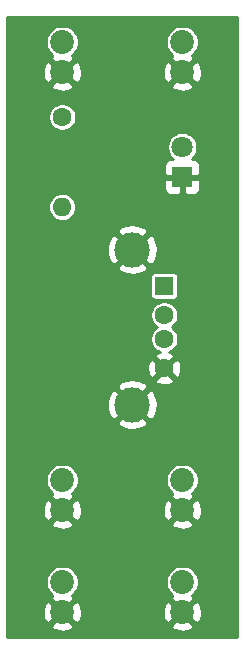
<source format=gbl>
G04 #@! TF.GenerationSoftware,KiCad,Pcbnew,(5.1.2-1)-1*
G04 #@! TF.CreationDate,2019-07-07T21:57:11-07:00*
G04 #@! TF.ProjectId,kicad,6b696361-642e-46b6-9963-61645f706362,v01*
G04 #@! TF.SameCoordinates,Original*
G04 #@! TF.FileFunction,Copper,L2,Bot*
G04 #@! TF.FilePolarity,Positive*
%FSLAX46Y46*%
G04 Gerber Fmt 4.6, Leading zero omitted, Abs format (unit mm)*
G04 Created by KiCad (PCBNEW (5.1.2-1)-1) date 2019-07-07 21:57:11*
%MOMM*%
%LPD*%
G04 APERTURE LIST*
%ADD10R,1.800000X1.800000*%
%ADD11C,1.800000*%
%ADD12C,1.600000*%
%ADD13R,1.600000X1.600000*%
%ADD14C,3.000000*%
%ADD15C,2.020000*%
%ADD16O,1.600000X1.600000*%
%ADD17C,0.254000*%
G04 APERTURE END LIST*
D10*
X116840000Y-115570000D03*
D11*
X116840000Y-113030000D03*
D12*
X115316000Y-131777500D03*
X115316000Y-129277500D03*
X115316000Y-127277500D03*
D13*
X115316000Y-124777500D03*
D14*
X112606000Y-121707500D03*
X112606000Y-134847500D03*
D15*
X106680000Y-106680000D03*
X106680000Y-104140000D03*
X106680000Y-152400000D03*
X106680000Y-149860000D03*
X116840000Y-104140000D03*
X116840000Y-106680000D03*
X116840000Y-149860000D03*
X116840000Y-152400000D03*
D12*
X106680000Y-110490000D03*
D16*
X106680000Y-118110000D03*
D15*
X106680000Y-143764000D03*
X106680000Y-141224000D03*
X116840000Y-141224000D03*
X116840000Y-143764000D03*
D17*
G36*
X121489001Y-154509000D02*
G01*
X102031000Y-154509000D01*
X102031000Y-153542545D01*
X105717061Y-153542545D01*
X105814032Y-153807968D01*
X106105353Y-153949856D01*
X106418757Y-154032185D01*
X106742200Y-154051789D01*
X107063253Y-154007916D01*
X107369578Y-153902251D01*
X107545968Y-153807968D01*
X107642939Y-153542545D01*
X115877061Y-153542545D01*
X115974032Y-153807968D01*
X116265353Y-153949856D01*
X116578757Y-154032185D01*
X116902200Y-154051789D01*
X117223253Y-154007916D01*
X117529578Y-153902251D01*
X117705968Y-153807968D01*
X117802939Y-153542545D01*
X116840000Y-152579605D01*
X115877061Y-153542545D01*
X107642939Y-153542545D01*
X106680000Y-152579605D01*
X105717061Y-153542545D01*
X102031000Y-153542545D01*
X102031000Y-152462200D01*
X105028211Y-152462200D01*
X105072084Y-152783253D01*
X105177749Y-153089578D01*
X105272032Y-153265968D01*
X105537455Y-153362939D01*
X106500395Y-152400000D01*
X106859605Y-152400000D01*
X107822545Y-153362939D01*
X108087968Y-153265968D01*
X108229856Y-152974647D01*
X108312185Y-152661243D01*
X108324249Y-152462200D01*
X115188211Y-152462200D01*
X115232084Y-152783253D01*
X115337749Y-153089578D01*
X115432032Y-153265968D01*
X115697455Y-153362939D01*
X116660395Y-152400000D01*
X117019605Y-152400000D01*
X117982545Y-153362939D01*
X118247968Y-153265968D01*
X118389856Y-152974647D01*
X118472185Y-152661243D01*
X118491789Y-152337800D01*
X118447916Y-152016747D01*
X118342251Y-151710422D01*
X118247968Y-151534032D01*
X117982545Y-151437061D01*
X117019605Y-152400000D01*
X116660395Y-152400000D01*
X115697455Y-151437061D01*
X115432032Y-151534032D01*
X115290144Y-151825353D01*
X115207815Y-152138757D01*
X115188211Y-152462200D01*
X108324249Y-152462200D01*
X108331789Y-152337800D01*
X108287916Y-152016747D01*
X108182251Y-151710422D01*
X108087968Y-151534032D01*
X107822545Y-151437061D01*
X106859605Y-152400000D01*
X106500395Y-152400000D01*
X105537455Y-151437061D01*
X105272032Y-151534032D01*
X105130144Y-151825353D01*
X105047815Y-152138757D01*
X105028211Y-152462200D01*
X102031000Y-152462200D01*
X102031000Y-149722999D01*
X105289000Y-149722999D01*
X105289000Y-149997001D01*
X105342456Y-150265740D01*
X105447312Y-150518885D01*
X105599540Y-150746711D01*
X105793289Y-150940460D01*
X105845388Y-150975272D01*
X105814032Y-150992032D01*
X105717061Y-151257455D01*
X106680000Y-152220395D01*
X107642939Y-151257455D01*
X107545968Y-150992032D01*
X107513323Y-150976132D01*
X107566711Y-150940460D01*
X107760460Y-150746711D01*
X107912688Y-150518885D01*
X108017544Y-150265740D01*
X108071000Y-149997001D01*
X108071000Y-149722999D01*
X115449000Y-149722999D01*
X115449000Y-149997001D01*
X115502456Y-150265740D01*
X115607312Y-150518885D01*
X115759540Y-150746711D01*
X115953289Y-150940460D01*
X116005388Y-150975272D01*
X115974032Y-150992032D01*
X115877061Y-151257455D01*
X116840000Y-152220395D01*
X117802939Y-151257455D01*
X117705968Y-150992032D01*
X117673323Y-150976132D01*
X117726711Y-150940460D01*
X117920460Y-150746711D01*
X118072688Y-150518885D01*
X118177544Y-150265740D01*
X118231000Y-149997001D01*
X118231000Y-149722999D01*
X118177544Y-149454260D01*
X118072688Y-149201115D01*
X117920460Y-148973289D01*
X117726711Y-148779540D01*
X117498885Y-148627312D01*
X117245740Y-148522456D01*
X116977001Y-148469000D01*
X116702999Y-148469000D01*
X116434260Y-148522456D01*
X116181115Y-148627312D01*
X115953289Y-148779540D01*
X115759540Y-148973289D01*
X115607312Y-149201115D01*
X115502456Y-149454260D01*
X115449000Y-149722999D01*
X108071000Y-149722999D01*
X108017544Y-149454260D01*
X107912688Y-149201115D01*
X107760460Y-148973289D01*
X107566711Y-148779540D01*
X107338885Y-148627312D01*
X107085740Y-148522456D01*
X106817001Y-148469000D01*
X106542999Y-148469000D01*
X106274260Y-148522456D01*
X106021115Y-148627312D01*
X105793289Y-148779540D01*
X105599540Y-148973289D01*
X105447312Y-149201115D01*
X105342456Y-149454260D01*
X105289000Y-149722999D01*
X102031000Y-149722999D01*
X102031000Y-144906545D01*
X105717061Y-144906545D01*
X105814032Y-145171968D01*
X106105353Y-145313856D01*
X106418757Y-145396185D01*
X106742200Y-145415789D01*
X107063253Y-145371916D01*
X107369578Y-145266251D01*
X107545968Y-145171968D01*
X107642939Y-144906545D01*
X115877061Y-144906545D01*
X115974032Y-145171968D01*
X116265353Y-145313856D01*
X116578757Y-145396185D01*
X116902200Y-145415789D01*
X117223253Y-145371916D01*
X117529578Y-145266251D01*
X117705968Y-145171968D01*
X117802939Y-144906545D01*
X116840000Y-143943605D01*
X115877061Y-144906545D01*
X107642939Y-144906545D01*
X106680000Y-143943605D01*
X105717061Y-144906545D01*
X102031000Y-144906545D01*
X102031000Y-143826200D01*
X105028211Y-143826200D01*
X105072084Y-144147253D01*
X105177749Y-144453578D01*
X105272032Y-144629968D01*
X105537455Y-144726939D01*
X106500395Y-143764000D01*
X106859605Y-143764000D01*
X107822545Y-144726939D01*
X108087968Y-144629968D01*
X108229856Y-144338647D01*
X108312185Y-144025243D01*
X108324249Y-143826200D01*
X115188211Y-143826200D01*
X115232084Y-144147253D01*
X115337749Y-144453578D01*
X115432032Y-144629968D01*
X115697455Y-144726939D01*
X116660395Y-143764000D01*
X117019605Y-143764000D01*
X117982545Y-144726939D01*
X118247968Y-144629968D01*
X118389856Y-144338647D01*
X118472185Y-144025243D01*
X118491789Y-143701800D01*
X118447916Y-143380747D01*
X118342251Y-143074422D01*
X118247968Y-142898032D01*
X117982545Y-142801061D01*
X117019605Y-143764000D01*
X116660395Y-143764000D01*
X115697455Y-142801061D01*
X115432032Y-142898032D01*
X115290144Y-143189353D01*
X115207815Y-143502757D01*
X115188211Y-143826200D01*
X108324249Y-143826200D01*
X108331789Y-143701800D01*
X108287916Y-143380747D01*
X108182251Y-143074422D01*
X108087968Y-142898032D01*
X107822545Y-142801061D01*
X106859605Y-143764000D01*
X106500395Y-143764000D01*
X105537455Y-142801061D01*
X105272032Y-142898032D01*
X105130144Y-143189353D01*
X105047815Y-143502757D01*
X105028211Y-143826200D01*
X102031000Y-143826200D01*
X102031000Y-141086999D01*
X105289000Y-141086999D01*
X105289000Y-141361001D01*
X105342456Y-141629740D01*
X105447312Y-141882885D01*
X105599540Y-142110711D01*
X105793289Y-142304460D01*
X105845388Y-142339272D01*
X105814032Y-142356032D01*
X105717061Y-142621455D01*
X106680000Y-143584395D01*
X107642939Y-142621455D01*
X107545968Y-142356032D01*
X107513323Y-142340132D01*
X107566711Y-142304460D01*
X107760460Y-142110711D01*
X107912688Y-141882885D01*
X108017544Y-141629740D01*
X108071000Y-141361001D01*
X108071000Y-141086999D01*
X115449000Y-141086999D01*
X115449000Y-141361001D01*
X115502456Y-141629740D01*
X115607312Y-141882885D01*
X115759540Y-142110711D01*
X115953289Y-142304460D01*
X116005388Y-142339272D01*
X115974032Y-142356032D01*
X115877061Y-142621455D01*
X116840000Y-143584395D01*
X117802939Y-142621455D01*
X117705968Y-142356032D01*
X117673323Y-142340132D01*
X117726711Y-142304460D01*
X117920460Y-142110711D01*
X118072688Y-141882885D01*
X118177544Y-141629740D01*
X118231000Y-141361001D01*
X118231000Y-141086999D01*
X118177544Y-140818260D01*
X118072688Y-140565115D01*
X117920460Y-140337289D01*
X117726711Y-140143540D01*
X117498885Y-139991312D01*
X117245740Y-139886456D01*
X116977001Y-139833000D01*
X116702999Y-139833000D01*
X116434260Y-139886456D01*
X116181115Y-139991312D01*
X115953289Y-140143540D01*
X115759540Y-140337289D01*
X115607312Y-140565115D01*
X115502456Y-140818260D01*
X115449000Y-141086999D01*
X108071000Y-141086999D01*
X108017544Y-140818260D01*
X107912688Y-140565115D01*
X107760460Y-140337289D01*
X107566711Y-140143540D01*
X107338885Y-139991312D01*
X107085740Y-139886456D01*
X106817001Y-139833000D01*
X106542999Y-139833000D01*
X106274260Y-139886456D01*
X106021115Y-139991312D01*
X105793289Y-140143540D01*
X105599540Y-140337289D01*
X105447312Y-140565115D01*
X105342456Y-140818260D01*
X105289000Y-141086999D01*
X102031000Y-141086999D01*
X102031000Y-136339153D01*
X111293952Y-136339153D01*
X111449962Y-136654714D01*
X111824745Y-136845520D01*
X112229551Y-136959544D01*
X112648824Y-136992402D01*
X113066451Y-136942834D01*
X113466383Y-136812743D01*
X113762038Y-136654714D01*
X113918048Y-136339153D01*
X112606000Y-135027105D01*
X111293952Y-136339153D01*
X102031000Y-136339153D01*
X102031000Y-134890324D01*
X110461098Y-134890324D01*
X110510666Y-135307951D01*
X110640757Y-135707883D01*
X110798786Y-136003538D01*
X111114347Y-136159548D01*
X112426395Y-134847500D01*
X112785605Y-134847500D01*
X114097653Y-136159548D01*
X114413214Y-136003538D01*
X114604020Y-135628755D01*
X114718044Y-135223949D01*
X114750902Y-134804676D01*
X114701334Y-134387049D01*
X114571243Y-133987117D01*
X114413214Y-133691462D01*
X114097653Y-133535452D01*
X112785605Y-134847500D01*
X112426395Y-134847500D01*
X111114347Y-133535452D01*
X110798786Y-133691462D01*
X110607980Y-134066245D01*
X110493956Y-134471051D01*
X110461098Y-134890324D01*
X102031000Y-134890324D01*
X102031000Y-133355847D01*
X111293952Y-133355847D01*
X112606000Y-134667895D01*
X113918048Y-133355847D01*
X113762038Y-133040286D01*
X113387255Y-132849480D01*
X113105804Y-132770202D01*
X114502903Y-132770202D01*
X114574486Y-133014171D01*
X114829996Y-133135071D01*
X115104184Y-133203800D01*
X115386512Y-133217717D01*
X115666130Y-133176287D01*
X115932292Y-133081103D01*
X116057514Y-133014171D01*
X116129097Y-132770202D01*
X115316000Y-131957105D01*
X114502903Y-132770202D01*
X113105804Y-132770202D01*
X112982449Y-132735456D01*
X112563176Y-132702598D01*
X112145549Y-132752166D01*
X111745617Y-132882257D01*
X111449962Y-133040286D01*
X111293952Y-133355847D01*
X102031000Y-133355847D01*
X102031000Y-131848012D01*
X113875783Y-131848012D01*
X113917213Y-132127630D01*
X114012397Y-132393792D01*
X114079329Y-132519014D01*
X114323298Y-132590597D01*
X115136395Y-131777500D01*
X115495605Y-131777500D01*
X116308702Y-132590597D01*
X116552671Y-132519014D01*
X116673571Y-132263504D01*
X116742300Y-131989316D01*
X116756217Y-131706988D01*
X116714787Y-131427370D01*
X116619603Y-131161208D01*
X116552671Y-131035986D01*
X116308702Y-130964403D01*
X115495605Y-131777500D01*
X115136395Y-131777500D01*
X114323298Y-130964403D01*
X114079329Y-131035986D01*
X113958429Y-131291496D01*
X113889700Y-131565684D01*
X113875783Y-131848012D01*
X102031000Y-131848012D01*
X102031000Y-127161182D01*
X114135000Y-127161182D01*
X114135000Y-127393818D01*
X114180386Y-127621985D01*
X114269412Y-127836913D01*
X114398658Y-128030343D01*
X114563157Y-128194842D01*
X114686863Y-128277500D01*
X114563157Y-128360158D01*
X114398658Y-128524657D01*
X114269412Y-128718087D01*
X114180386Y-128933015D01*
X114135000Y-129161182D01*
X114135000Y-129393818D01*
X114180386Y-129621985D01*
X114269412Y-129836913D01*
X114398658Y-130030343D01*
X114563157Y-130194842D01*
X114756587Y-130324088D01*
X114924329Y-130393569D01*
X114699708Y-130473897D01*
X114574486Y-130540829D01*
X114502903Y-130784798D01*
X115316000Y-131597895D01*
X116129097Y-130784798D01*
X116057514Y-130540829D01*
X115802004Y-130419929D01*
X115703589Y-130395260D01*
X115875413Y-130324088D01*
X116068843Y-130194842D01*
X116233342Y-130030343D01*
X116362588Y-129836913D01*
X116451614Y-129621985D01*
X116497000Y-129393818D01*
X116497000Y-129161182D01*
X116451614Y-128933015D01*
X116362588Y-128718087D01*
X116233342Y-128524657D01*
X116068843Y-128360158D01*
X115945137Y-128277500D01*
X116068843Y-128194842D01*
X116233342Y-128030343D01*
X116362588Y-127836913D01*
X116451614Y-127621985D01*
X116497000Y-127393818D01*
X116497000Y-127161182D01*
X116451614Y-126933015D01*
X116362588Y-126718087D01*
X116233342Y-126524657D01*
X116068843Y-126360158D01*
X115875413Y-126230912D01*
X115660485Y-126141886D01*
X115432318Y-126096500D01*
X115199682Y-126096500D01*
X114971515Y-126141886D01*
X114756587Y-126230912D01*
X114563157Y-126360158D01*
X114398658Y-126524657D01*
X114269412Y-126718087D01*
X114180386Y-126933015D01*
X114135000Y-127161182D01*
X102031000Y-127161182D01*
X102031000Y-123977500D01*
X114133157Y-123977500D01*
X114133157Y-125577500D01*
X114140513Y-125652189D01*
X114162299Y-125724008D01*
X114197678Y-125790196D01*
X114245289Y-125848211D01*
X114303304Y-125895822D01*
X114369492Y-125931201D01*
X114441311Y-125952987D01*
X114516000Y-125960343D01*
X116116000Y-125960343D01*
X116190689Y-125952987D01*
X116262508Y-125931201D01*
X116328696Y-125895822D01*
X116386711Y-125848211D01*
X116434322Y-125790196D01*
X116469701Y-125724008D01*
X116491487Y-125652189D01*
X116498843Y-125577500D01*
X116498843Y-123977500D01*
X116491487Y-123902811D01*
X116469701Y-123830992D01*
X116434322Y-123764804D01*
X116386711Y-123706789D01*
X116328696Y-123659178D01*
X116262508Y-123623799D01*
X116190689Y-123602013D01*
X116116000Y-123594657D01*
X114516000Y-123594657D01*
X114441311Y-123602013D01*
X114369492Y-123623799D01*
X114303304Y-123659178D01*
X114245289Y-123706789D01*
X114197678Y-123764804D01*
X114162299Y-123830992D01*
X114140513Y-123902811D01*
X114133157Y-123977500D01*
X102031000Y-123977500D01*
X102031000Y-123199153D01*
X111293952Y-123199153D01*
X111449962Y-123514714D01*
X111824745Y-123705520D01*
X112229551Y-123819544D01*
X112648824Y-123852402D01*
X113066451Y-123802834D01*
X113466383Y-123672743D01*
X113762038Y-123514714D01*
X113918048Y-123199153D01*
X112606000Y-121887105D01*
X111293952Y-123199153D01*
X102031000Y-123199153D01*
X102031000Y-121750324D01*
X110461098Y-121750324D01*
X110510666Y-122167951D01*
X110640757Y-122567883D01*
X110798786Y-122863538D01*
X111114347Y-123019548D01*
X112426395Y-121707500D01*
X112785605Y-121707500D01*
X114097653Y-123019548D01*
X114413214Y-122863538D01*
X114604020Y-122488755D01*
X114718044Y-122083949D01*
X114750902Y-121664676D01*
X114701334Y-121247049D01*
X114571243Y-120847117D01*
X114413214Y-120551462D01*
X114097653Y-120395452D01*
X112785605Y-121707500D01*
X112426395Y-121707500D01*
X111114347Y-120395452D01*
X110798786Y-120551462D01*
X110607980Y-120926245D01*
X110493956Y-121331051D01*
X110461098Y-121750324D01*
X102031000Y-121750324D01*
X102031000Y-120215847D01*
X111293952Y-120215847D01*
X112606000Y-121527895D01*
X113918048Y-120215847D01*
X113762038Y-119900286D01*
X113387255Y-119709480D01*
X112982449Y-119595456D01*
X112563176Y-119562598D01*
X112145549Y-119612166D01*
X111745617Y-119742257D01*
X111449962Y-119900286D01*
X111293952Y-120215847D01*
X102031000Y-120215847D01*
X102031000Y-118110000D01*
X105493286Y-118110000D01*
X105516088Y-118341516D01*
X105583619Y-118564136D01*
X105693283Y-118769303D01*
X105840866Y-118949134D01*
X106020697Y-119096717D01*
X106225864Y-119206381D01*
X106448484Y-119273912D01*
X106621984Y-119291000D01*
X106738016Y-119291000D01*
X106911516Y-119273912D01*
X107134136Y-119206381D01*
X107339303Y-119096717D01*
X107519134Y-118949134D01*
X107666717Y-118769303D01*
X107776381Y-118564136D01*
X107843912Y-118341516D01*
X107866714Y-118110000D01*
X107843912Y-117878484D01*
X107776381Y-117655864D01*
X107666717Y-117450697D01*
X107519134Y-117270866D01*
X107339303Y-117123283D01*
X107134136Y-117013619D01*
X106911516Y-116946088D01*
X106738016Y-116929000D01*
X106621984Y-116929000D01*
X106448484Y-116946088D01*
X106225864Y-117013619D01*
X106020697Y-117123283D01*
X105840866Y-117270866D01*
X105693283Y-117450697D01*
X105583619Y-117655864D01*
X105516088Y-117878484D01*
X105493286Y-118110000D01*
X102031000Y-118110000D01*
X102031000Y-116470000D01*
X115301928Y-116470000D01*
X115314188Y-116594482D01*
X115350498Y-116714180D01*
X115409463Y-116824494D01*
X115488815Y-116921185D01*
X115585506Y-117000537D01*
X115695820Y-117059502D01*
X115815518Y-117095812D01*
X115940000Y-117108072D01*
X116554250Y-117105000D01*
X116713000Y-116946250D01*
X116713000Y-115697000D01*
X116967000Y-115697000D01*
X116967000Y-116946250D01*
X117125750Y-117105000D01*
X117740000Y-117108072D01*
X117864482Y-117095812D01*
X117984180Y-117059502D01*
X118094494Y-117000537D01*
X118191185Y-116921185D01*
X118270537Y-116824494D01*
X118329502Y-116714180D01*
X118365812Y-116594482D01*
X118378072Y-116470000D01*
X118375000Y-115855750D01*
X118216250Y-115697000D01*
X116967000Y-115697000D01*
X116713000Y-115697000D01*
X115463750Y-115697000D01*
X115305000Y-115855750D01*
X115301928Y-116470000D01*
X102031000Y-116470000D01*
X102031000Y-114670000D01*
X115301928Y-114670000D01*
X115305000Y-115284250D01*
X115463750Y-115443000D01*
X116713000Y-115443000D01*
X116713000Y-115423000D01*
X116967000Y-115423000D01*
X116967000Y-115443000D01*
X118216250Y-115443000D01*
X118375000Y-115284250D01*
X118378072Y-114670000D01*
X118365812Y-114545518D01*
X118329502Y-114425820D01*
X118270537Y-114315506D01*
X118191185Y-114218815D01*
X118094494Y-114139463D01*
X117984180Y-114080498D01*
X117864482Y-114044188D01*
X117740000Y-114031928D01*
X117645541Y-114032400D01*
X117656590Y-114025018D01*
X117835018Y-113846590D01*
X117975207Y-113636781D01*
X118071772Y-113403654D01*
X118121000Y-113156167D01*
X118121000Y-112903833D01*
X118071772Y-112656346D01*
X117975207Y-112423219D01*
X117835018Y-112213410D01*
X117656590Y-112034982D01*
X117446781Y-111894793D01*
X117213654Y-111798228D01*
X116966167Y-111749000D01*
X116713833Y-111749000D01*
X116466346Y-111798228D01*
X116233219Y-111894793D01*
X116023410Y-112034982D01*
X115844982Y-112213410D01*
X115704793Y-112423219D01*
X115608228Y-112656346D01*
X115559000Y-112903833D01*
X115559000Y-113156167D01*
X115608228Y-113403654D01*
X115704793Y-113636781D01*
X115844982Y-113846590D01*
X116023410Y-114025018D01*
X116034459Y-114032400D01*
X115940000Y-114031928D01*
X115815518Y-114044188D01*
X115695820Y-114080498D01*
X115585506Y-114139463D01*
X115488815Y-114218815D01*
X115409463Y-114315506D01*
X115350498Y-114425820D01*
X115314188Y-114545518D01*
X115301928Y-114670000D01*
X102031000Y-114670000D01*
X102031000Y-110373682D01*
X105499000Y-110373682D01*
X105499000Y-110606318D01*
X105544386Y-110834485D01*
X105633412Y-111049413D01*
X105762658Y-111242843D01*
X105927157Y-111407342D01*
X106120587Y-111536588D01*
X106335515Y-111625614D01*
X106563682Y-111671000D01*
X106796318Y-111671000D01*
X107024485Y-111625614D01*
X107239413Y-111536588D01*
X107432843Y-111407342D01*
X107597342Y-111242843D01*
X107726588Y-111049413D01*
X107815614Y-110834485D01*
X107861000Y-110606318D01*
X107861000Y-110373682D01*
X107815614Y-110145515D01*
X107726588Y-109930587D01*
X107597342Y-109737157D01*
X107432843Y-109572658D01*
X107239413Y-109443412D01*
X107024485Y-109354386D01*
X106796318Y-109309000D01*
X106563682Y-109309000D01*
X106335515Y-109354386D01*
X106120587Y-109443412D01*
X105927157Y-109572658D01*
X105762658Y-109737157D01*
X105633412Y-109930587D01*
X105544386Y-110145515D01*
X105499000Y-110373682D01*
X102031000Y-110373682D01*
X102031000Y-107822545D01*
X105717061Y-107822545D01*
X105814032Y-108087968D01*
X106105353Y-108229856D01*
X106418757Y-108312185D01*
X106742200Y-108331789D01*
X107063253Y-108287916D01*
X107369578Y-108182251D01*
X107545968Y-108087968D01*
X107642939Y-107822545D01*
X115877061Y-107822545D01*
X115974032Y-108087968D01*
X116265353Y-108229856D01*
X116578757Y-108312185D01*
X116902200Y-108331789D01*
X117223253Y-108287916D01*
X117529578Y-108182251D01*
X117705968Y-108087968D01*
X117802939Y-107822545D01*
X116840000Y-106859605D01*
X115877061Y-107822545D01*
X107642939Y-107822545D01*
X106680000Y-106859605D01*
X105717061Y-107822545D01*
X102031000Y-107822545D01*
X102031000Y-106742200D01*
X105028211Y-106742200D01*
X105072084Y-107063253D01*
X105177749Y-107369578D01*
X105272032Y-107545968D01*
X105537455Y-107642939D01*
X106500395Y-106680000D01*
X106859605Y-106680000D01*
X107822545Y-107642939D01*
X108087968Y-107545968D01*
X108229856Y-107254647D01*
X108312185Y-106941243D01*
X108324249Y-106742200D01*
X115188211Y-106742200D01*
X115232084Y-107063253D01*
X115337749Y-107369578D01*
X115432032Y-107545968D01*
X115697455Y-107642939D01*
X116660395Y-106680000D01*
X117019605Y-106680000D01*
X117982545Y-107642939D01*
X118247968Y-107545968D01*
X118389856Y-107254647D01*
X118472185Y-106941243D01*
X118491789Y-106617800D01*
X118447916Y-106296747D01*
X118342251Y-105990422D01*
X118247968Y-105814032D01*
X117982545Y-105717061D01*
X117019605Y-106680000D01*
X116660395Y-106680000D01*
X115697455Y-105717061D01*
X115432032Y-105814032D01*
X115290144Y-106105353D01*
X115207815Y-106418757D01*
X115188211Y-106742200D01*
X108324249Y-106742200D01*
X108331789Y-106617800D01*
X108287916Y-106296747D01*
X108182251Y-105990422D01*
X108087968Y-105814032D01*
X107822545Y-105717061D01*
X106859605Y-106680000D01*
X106500395Y-106680000D01*
X105537455Y-105717061D01*
X105272032Y-105814032D01*
X105130144Y-106105353D01*
X105047815Y-106418757D01*
X105028211Y-106742200D01*
X102031000Y-106742200D01*
X102031000Y-104002999D01*
X105289000Y-104002999D01*
X105289000Y-104277001D01*
X105342456Y-104545740D01*
X105447312Y-104798885D01*
X105599540Y-105026711D01*
X105793289Y-105220460D01*
X105845388Y-105255272D01*
X105814032Y-105272032D01*
X105717061Y-105537455D01*
X106680000Y-106500395D01*
X107642939Y-105537455D01*
X107545968Y-105272032D01*
X107513323Y-105256132D01*
X107566711Y-105220460D01*
X107760460Y-105026711D01*
X107912688Y-104798885D01*
X108017544Y-104545740D01*
X108071000Y-104277001D01*
X108071000Y-104002999D01*
X115449000Y-104002999D01*
X115449000Y-104277001D01*
X115502456Y-104545740D01*
X115607312Y-104798885D01*
X115759540Y-105026711D01*
X115953289Y-105220460D01*
X116005388Y-105255272D01*
X115974032Y-105272032D01*
X115877061Y-105537455D01*
X116840000Y-106500395D01*
X117802939Y-105537455D01*
X117705968Y-105272032D01*
X117673323Y-105256132D01*
X117726711Y-105220460D01*
X117920460Y-105026711D01*
X118072688Y-104798885D01*
X118177544Y-104545740D01*
X118231000Y-104277001D01*
X118231000Y-104002999D01*
X118177544Y-103734260D01*
X118072688Y-103481115D01*
X117920460Y-103253289D01*
X117726711Y-103059540D01*
X117498885Y-102907312D01*
X117245740Y-102802456D01*
X116977001Y-102749000D01*
X116702999Y-102749000D01*
X116434260Y-102802456D01*
X116181115Y-102907312D01*
X115953289Y-103059540D01*
X115759540Y-103253289D01*
X115607312Y-103481115D01*
X115502456Y-103734260D01*
X115449000Y-104002999D01*
X108071000Y-104002999D01*
X108017544Y-103734260D01*
X107912688Y-103481115D01*
X107760460Y-103253289D01*
X107566711Y-103059540D01*
X107338885Y-102907312D01*
X107085740Y-102802456D01*
X106817001Y-102749000D01*
X106542999Y-102749000D01*
X106274260Y-102802456D01*
X106021115Y-102907312D01*
X105793289Y-103059540D01*
X105599540Y-103253289D01*
X105447312Y-103481115D01*
X105342456Y-103734260D01*
X105289000Y-104002999D01*
X102031000Y-104002999D01*
X102031000Y-102031000D01*
X121489000Y-102031000D01*
X121489001Y-154509000D01*
X121489001Y-154509000D01*
G37*
X121489001Y-154509000D02*
X102031000Y-154509000D01*
X102031000Y-153542545D01*
X105717061Y-153542545D01*
X105814032Y-153807968D01*
X106105353Y-153949856D01*
X106418757Y-154032185D01*
X106742200Y-154051789D01*
X107063253Y-154007916D01*
X107369578Y-153902251D01*
X107545968Y-153807968D01*
X107642939Y-153542545D01*
X115877061Y-153542545D01*
X115974032Y-153807968D01*
X116265353Y-153949856D01*
X116578757Y-154032185D01*
X116902200Y-154051789D01*
X117223253Y-154007916D01*
X117529578Y-153902251D01*
X117705968Y-153807968D01*
X117802939Y-153542545D01*
X116840000Y-152579605D01*
X115877061Y-153542545D01*
X107642939Y-153542545D01*
X106680000Y-152579605D01*
X105717061Y-153542545D01*
X102031000Y-153542545D01*
X102031000Y-152462200D01*
X105028211Y-152462200D01*
X105072084Y-152783253D01*
X105177749Y-153089578D01*
X105272032Y-153265968D01*
X105537455Y-153362939D01*
X106500395Y-152400000D01*
X106859605Y-152400000D01*
X107822545Y-153362939D01*
X108087968Y-153265968D01*
X108229856Y-152974647D01*
X108312185Y-152661243D01*
X108324249Y-152462200D01*
X115188211Y-152462200D01*
X115232084Y-152783253D01*
X115337749Y-153089578D01*
X115432032Y-153265968D01*
X115697455Y-153362939D01*
X116660395Y-152400000D01*
X117019605Y-152400000D01*
X117982545Y-153362939D01*
X118247968Y-153265968D01*
X118389856Y-152974647D01*
X118472185Y-152661243D01*
X118491789Y-152337800D01*
X118447916Y-152016747D01*
X118342251Y-151710422D01*
X118247968Y-151534032D01*
X117982545Y-151437061D01*
X117019605Y-152400000D01*
X116660395Y-152400000D01*
X115697455Y-151437061D01*
X115432032Y-151534032D01*
X115290144Y-151825353D01*
X115207815Y-152138757D01*
X115188211Y-152462200D01*
X108324249Y-152462200D01*
X108331789Y-152337800D01*
X108287916Y-152016747D01*
X108182251Y-151710422D01*
X108087968Y-151534032D01*
X107822545Y-151437061D01*
X106859605Y-152400000D01*
X106500395Y-152400000D01*
X105537455Y-151437061D01*
X105272032Y-151534032D01*
X105130144Y-151825353D01*
X105047815Y-152138757D01*
X105028211Y-152462200D01*
X102031000Y-152462200D01*
X102031000Y-149722999D01*
X105289000Y-149722999D01*
X105289000Y-149997001D01*
X105342456Y-150265740D01*
X105447312Y-150518885D01*
X105599540Y-150746711D01*
X105793289Y-150940460D01*
X105845388Y-150975272D01*
X105814032Y-150992032D01*
X105717061Y-151257455D01*
X106680000Y-152220395D01*
X107642939Y-151257455D01*
X107545968Y-150992032D01*
X107513323Y-150976132D01*
X107566711Y-150940460D01*
X107760460Y-150746711D01*
X107912688Y-150518885D01*
X108017544Y-150265740D01*
X108071000Y-149997001D01*
X108071000Y-149722999D01*
X115449000Y-149722999D01*
X115449000Y-149997001D01*
X115502456Y-150265740D01*
X115607312Y-150518885D01*
X115759540Y-150746711D01*
X115953289Y-150940460D01*
X116005388Y-150975272D01*
X115974032Y-150992032D01*
X115877061Y-151257455D01*
X116840000Y-152220395D01*
X117802939Y-151257455D01*
X117705968Y-150992032D01*
X117673323Y-150976132D01*
X117726711Y-150940460D01*
X117920460Y-150746711D01*
X118072688Y-150518885D01*
X118177544Y-150265740D01*
X118231000Y-149997001D01*
X118231000Y-149722999D01*
X118177544Y-149454260D01*
X118072688Y-149201115D01*
X117920460Y-148973289D01*
X117726711Y-148779540D01*
X117498885Y-148627312D01*
X117245740Y-148522456D01*
X116977001Y-148469000D01*
X116702999Y-148469000D01*
X116434260Y-148522456D01*
X116181115Y-148627312D01*
X115953289Y-148779540D01*
X115759540Y-148973289D01*
X115607312Y-149201115D01*
X115502456Y-149454260D01*
X115449000Y-149722999D01*
X108071000Y-149722999D01*
X108017544Y-149454260D01*
X107912688Y-149201115D01*
X107760460Y-148973289D01*
X107566711Y-148779540D01*
X107338885Y-148627312D01*
X107085740Y-148522456D01*
X106817001Y-148469000D01*
X106542999Y-148469000D01*
X106274260Y-148522456D01*
X106021115Y-148627312D01*
X105793289Y-148779540D01*
X105599540Y-148973289D01*
X105447312Y-149201115D01*
X105342456Y-149454260D01*
X105289000Y-149722999D01*
X102031000Y-149722999D01*
X102031000Y-144906545D01*
X105717061Y-144906545D01*
X105814032Y-145171968D01*
X106105353Y-145313856D01*
X106418757Y-145396185D01*
X106742200Y-145415789D01*
X107063253Y-145371916D01*
X107369578Y-145266251D01*
X107545968Y-145171968D01*
X107642939Y-144906545D01*
X115877061Y-144906545D01*
X115974032Y-145171968D01*
X116265353Y-145313856D01*
X116578757Y-145396185D01*
X116902200Y-145415789D01*
X117223253Y-145371916D01*
X117529578Y-145266251D01*
X117705968Y-145171968D01*
X117802939Y-144906545D01*
X116840000Y-143943605D01*
X115877061Y-144906545D01*
X107642939Y-144906545D01*
X106680000Y-143943605D01*
X105717061Y-144906545D01*
X102031000Y-144906545D01*
X102031000Y-143826200D01*
X105028211Y-143826200D01*
X105072084Y-144147253D01*
X105177749Y-144453578D01*
X105272032Y-144629968D01*
X105537455Y-144726939D01*
X106500395Y-143764000D01*
X106859605Y-143764000D01*
X107822545Y-144726939D01*
X108087968Y-144629968D01*
X108229856Y-144338647D01*
X108312185Y-144025243D01*
X108324249Y-143826200D01*
X115188211Y-143826200D01*
X115232084Y-144147253D01*
X115337749Y-144453578D01*
X115432032Y-144629968D01*
X115697455Y-144726939D01*
X116660395Y-143764000D01*
X117019605Y-143764000D01*
X117982545Y-144726939D01*
X118247968Y-144629968D01*
X118389856Y-144338647D01*
X118472185Y-144025243D01*
X118491789Y-143701800D01*
X118447916Y-143380747D01*
X118342251Y-143074422D01*
X118247968Y-142898032D01*
X117982545Y-142801061D01*
X117019605Y-143764000D01*
X116660395Y-143764000D01*
X115697455Y-142801061D01*
X115432032Y-142898032D01*
X115290144Y-143189353D01*
X115207815Y-143502757D01*
X115188211Y-143826200D01*
X108324249Y-143826200D01*
X108331789Y-143701800D01*
X108287916Y-143380747D01*
X108182251Y-143074422D01*
X108087968Y-142898032D01*
X107822545Y-142801061D01*
X106859605Y-143764000D01*
X106500395Y-143764000D01*
X105537455Y-142801061D01*
X105272032Y-142898032D01*
X105130144Y-143189353D01*
X105047815Y-143502757D01*
X105028211Y-143826200D01*
X102031000Y-143826200D01*
X102031000Y-141086999D01*
X105289000Y-141086999D01*
X105289000Y-141361001D01*
X105342456Y-141629740D01*
X105447312Y-141882885D01*
X105599540Y-142110711D01*
X105793289Y-142304460D01*
X105845388Y-142339272D01*
X105814032Y-142356032D01*
X105717061Y-142621455D01*
X106680000Y-143584395D01*
X107642939Y-142621455D01*
X107545968Y-142356032D01*
X107513323Y-142340132D01*
X107566711Y-142304460D01*
X107760460Y-142110711D01*
X107912688Y-141882885D01*
X108017544Y-141629740D01*
X108071000Y-141361001D01*
X108071000Y-141086999D01*
X115449000Y-141086999D01*
X115449000Y-141361001D01*
X115502456Y-141629740D01*
X115607312Y-141882885D01*
X115759540Y-142110711D01*
X115953289Y-142304460D01*
X116005388Y-142339272D01*
X115974032Y-142356032D01*
X115877061Y-142621455D01*
X116840000Y-143584395D01*
X117802939Y-142621455D01*
X117705968Y-142356032D01*
X117673323Y-142340132D01*
X117726711Y-142304460D01*
X117920460Y-142110711D01*
X118072688Y-141882885D01*
X118177544Y-141629740D01*
X118231000Y-141361001D01*
X118231000Y-141086999D01*
X118177544Y-140818260D01*
X118072688Y-140565115D01*
X117920460Y-140337289D01*
X117726711Y-140143540D01*
X117498885Y-139991312D01*
X117245740Y-139886456D01*
X116977001Y-139833000D01*
X116702999Y-139833000D01*
X116434260Y-139886456D01*
X116181115Y-139991312D01*
X115953289Y-140143540D01*
X115759540Y-140337289D01*
X115607312Y-140565115D01*
X115502456Y-140818260D01*
X115449000Y-141086999D01*
X108071000Y-141086999D01*
X108017544Y-140818260D01*
X107912688Y-140565115D01*
X107760460Y-140337289D01*
X107566711Y-140143540D01*
X107338885Y-139991312D01*
X107085740Y-139886456D01*
X106817001Y-139833000D01*
X106542999Y-139833000D01*
X106274260Y-139886456D01*
X106021115Y-139991312D01*
X105793289Y-140143540D01*
X105599540Y-140337289D01*
X105447312Y-140565115D01*
X105342456Y-140818260D01*
X105289000Y-141086999D01*
X102031000Y-141086999D01*
X102031000Y-136339153D01*
X111293952Y-136339153D01*
X111449962Y-136654714D01*
X111824745Y-136845520D01*
X112229551Y-136959544D01*
X112648824Y-136992402D01*
X113066451Y-136942834D01*
X113466383Y-136812743D01*
X113762038Y-136654714D01*
X113918048Y-136339153D01*
X112606000Y-135027105D01*
X111293952Y-136339153D01*
X102031000Y-136339153D01*
X102031000Y-134890324D01*
X110461098Y-134890324D01*
X110510666Y-135307951D01*
X110640757Y-135707883D01*
X110798786Y-136003538D01*
X111114347Y-136159548D01*
X112426395Y-134847500D01*
X112785605Y-134847500D01*
X114097653Y-136159548D01*
X114413214Y-136003538D01*
X114604020Y-135628755D01*
X114718044Y-135223949D01*
X114750902Y-134804676D01*
X114701334Y-134387049D01*
X114571243Y-133987117D01*
X114413214Y-133691462D01*
X114097653Y-133535452D01*
X112785605Y-134847500D01*
X112426395Y-134847500D01*
X111114347Y-133535452D01*
X110798786Y-133691462D01*
X110607980Y-134066245D01*
X110493956Y-134471051D01*
X110461098Y-134890324D01*
X102031000Y-134890324D01*
X102031000Y-133355847D01*
X111293952Y-133355847D01*
X112606000Y-134667895D01*
X113918048Y-133355847D01*
X113762038Y-133040286D01*
X113387255Y-132849480D01*
X113105804Y-132770202D01*
X114502903Y-132770202D01*
X114574486Y-133014171D01*
X114829996Y-133135071D01*
X115104184Y-133203800D01*
X115386512Y-133217717D01*
X115666130Y-133176287D01*
X115932292Y-133081103D01*
X116057514Y-133014171D01*
X116129097Y-132770202D01*
X115316000Y-131957105D01*
X114502903Y-132770202D01*
X113105804Y-132770202D01*
X112982449Y-132735456D01*
X112563176Y-132702598D01*
X112145549Y-132752166D01*
X111745617Y-132882257D01*
X111449962Y-133040286D01*
X111293952Y-133355847D01*
X102031000Y-133355847D01*
X102031000Y-131848012D01*
X113875783Y-131848012D01*
X113917213Y-132127630D01*
X114012397Y-132393792D01*
X114079329Y-132519014D01*
X114323298Y-132590597D01*
X115136395Y-131777500D01*
X115495605Y-131777500D01*
X116308702Y-132590597D01*
X116552671Y-132519014D01*
X116673571Y-132263504D01*
X116742300Y-131989316D01*
X116756217Y-131706988D01*
X116714787Y-131427370D01*
X116619603Y-131161208D01*
X116552671Y-131035986D01*
X116308702Y-130964403D01*
X115495605Y-131777500D01*
X115136395Y-131777500D01*
X114323298Y-130964403D01*
X114079329Y-131035986D01*
X113958429Y-131291496D01*
X113889700Y-131565684D01*
X113875783Y-131848012D01*
X102031000Y-131848012D01*
X102031000Y-127161182D01*
X114135000Y-127161182D01*
X114135000Y-127393818D01*
X114180386Y-127621985D01*
X114269412Y-127836913D01*
X114398658Y-128030343D01*
X114563157Y-128194842D01*
X114686863Y-128277500D01*
X114563157Y-128360158D01*
X114398658Y-128524657D01*
X114269412Y-128718087D01*
X114180386Y-128933015D01*
X114135000Y-129161182D01*
X114135000Y-129393818D01*
X114180386Y-129621985D01*
X114269412Y-129836913D01*
X114398658Y-130030343D01*
X114563157Y-130194842D01*
X114756587Y-130324088D01*
X114924329Y-130393569D01*
X114699708Y-130473897D01*
X114574486Y-130540829D01*
X114502903Y-130784798D01*
X115316000Y-131597895D01*
X116129097Y-130784798D01*
X116057514Y-130540829D01*
X115802004Y-130419929D01*
X115703589Y-130395260D01*
X115875413Y-130324088D01*
X116068843Y-130194842D01*
X116233342Y-130030343D01*
X116362588Y-129836913D01*
X116451614Y-129621985D01*
X116497000Y-129393818D01*
X116497000Y-129161182D01*
X116451614Y-128933015D01*
X116362588Y-128718087D01*
X116233342Y-128524657D01*
X116068843Y-128360158D01*
X115945137Y-128277500D01*
X116068843Y-128194842D01*
X116233342Y-128030343D01*
X116362588Y-127836913D01*
X116451614Y-127621985D01*
X116497000Y-127393818D01*
X116497000Y-127161182D01*
X116451614Y-126933015D01*
X116362588Y-126718087D01*
X116233342Y-126524657D01*
X116068843Y-126360158D01*
X115875413Y-126230912D01*
X115660485Y-126141886D01*
X115432318Y-126096500D01*
X115199682Y-126096500D01*
X114971515Y-126141886D01*
X114756587Y-126230912D01*
X114563157Y-126360158D01*
X114398658Y-126524657D01*
X114269412Y-126718087D01*
X114180386Y-126933015D01*
X114135000Y-127161182D01*
X102031000Y-127161182D01*
X102031000Y-123977500D01*
X114133157Y-123977500D01*
X114133157Y-125577500D01*
X114140513Y-125652189D01*
X114162299Y-125724008D01*
X114197678Y-125790196D01*
X114245289Y-125848211D01*
X114303304Y-125895822D01*
X114369492Y-125931201D01*
X114441311Y-125952987D01*
X114516000Y-125960343D01*
X116116000Y-125960343D01*
X116190689Y-125952987D01*
X116262508Y-125931201D01*
X116328696Y-125895822D01*
X116386711Y-125848211D01*
X116434322Y-125790196D01*
X116469701Y-125724008D01*
X116491487Y-125652189D01*
X116498843Y-125577500D01*
X116498843Y-123977500D01*
X116491487Y-123902811D01*
X116469701Y-123830992D01*
X116434322Y-123764804D01*
X116386711Y-123706789D01*
X116328696Y-123659178D01*
X116262508Y-123623799D01*
X116190689Y-123602013D01*
X116116000Y-123594657D01*
X114516000Y-123594657D01*
X114441311Y-123602013D01*
X114369492Y-123623799D01*
X114303304Y-123659178D01*
X114245289Y-123706789D01*
X114197678Y-123764804D01*
X114162299Y-123830992D01*
X114140513Y-123902811D01*
X114133157Y-123977500D01*
X102031000Y-123977500D01*
X102031000Y-123199153D01*
X111293952Y-123199153D01*
X111449962Y-123514714D01*
X111824745Y-123705520D01*
X112229551Y-123819544D01*
X112648824Y-123852402D01*
X113066451Y-123802834D01*
X113466383Y-123672743D01*
X113762038Y-123514714D01*
X113918048Y-123199153D01*
X112606000Y-121887105D01*
X111293952Y-123199153D01*
X102031000Y-123199153D01*
X102031000Y-121750324D01*
X110461098Y-121750324D01*
X110510666Y-122167951D01*
X110640757Y-122567883D01*
X110798786Y-122863538D01*
X111114347Y-123019548D01*
X112426395Y-121707500D01*
X112785605Y-121707500D01*
X114097653Y-123019548D01*
X114413214Y-122863538D01*
X114604020Y-122488755D01*
X114718044Y-122083949D01*
X114750902Y-121664676D01*
X114701334Y-121247049D01*
X114571243Y-120847117D01*
X114413214Y-120551462D01*
X114097653Y-120395452D01*
X112785605Y-121707500D01*
X112426395Y-121707500D01*
X111114347Y-120395452D01*
X110798786Y-120551462D01*
X110607980Y-120926245D01*
X110493956Y-121331051D01*
X110461098Y-121750324D01*
X102031000Y-121750324D01*
X102031000Y-120215847D01*
X111293952Y-120215847D01*
X112606000Y-121527895D01*
X113918048Y-120215847D01*
X113762038Y-119900286D01*
X113387255Y-119709480D01*
X112982449Y-119595456D01*
X112563176Y-119562598D01*
X112145549Y-119612166D01*
X111745617Y-119742257D01*
X111449962Y-119900286D01*
X111293952Y-120215847D01*
X102031000Y-120215847D01*
X102031000Y-118110000D01*
X105493286Y-118110000D01*
X105516088Y-118341516D01*
X105583619Y-118564136D01*
X105693283Y-118769303D01*
X105840866Y-118949134D01*
X106020697Y-119096717D01*
X106225864Y-119206381D01*
X106448484Y-119273912D01*
X106621984Y-119291000D01*
X106738016Y-119291000D01*
X106911516Y-119273912D01*
X107134136Y-119206381D01*
X107339303Y-119096717D01*
X107519134Y-118949134D01*
X107666717Y-118769303D01*
X107776381Y-118564136D01*
X107843912Y-118341516D01*
X107866714Y-118110000D01*
X107843912Y-117878484D01*
X107776381Y-117655864D01*
X107666717Y-117450697D01*
X107519134Y-117270866D01*
X107339303Y-117123283D01*
X107134136Y-117013619D01*
X106911516Y-116946088D01*
X106738016Y-116929000D01*
X106621984Y-116929000D01*
X106448484Y-116946088D01*
X106225864Y-117013619D01*
X106020697Y-117123283D01*
X105840866Y-117270866D01*
X105693283Y-117450697D01*
X105583619Y-117655864D01*
X105516088Y-117878484D01*
X105493286Y-118110000D01*
X102031000Y-118110000D01*
X102031000Y-116470000D01*
X115301928Y-116470000D01*
X115314188Y-116594482D01*
X115350498Y-116714180D01*
X115409463Y-116824494D01*
X115488815Y-116921185D01*
X115585506Y-117000537D01*
X115695820Y-117059502D01*
X115815518Y-117095812D01*
X115940000Y-117108072D01*
X116554250Y-117105000D01*
X116713000Y-116946250D01*
X116713000Y-115697000D01*
X116967000Y-115697000D01*
X116967000Y-116946250D01*
X117125750Y-117105000D01*
X117740000Y-117108072D01*
X117864482Y-117095812D01*
X117984180Y-117059502D01*
X118094494Y-117000537D01*
X118191185Y-116921185D01*
X118270537Y-116824494D01*
X118329502Y-116714180D01*
X118365812Y-116594482D01*
X118378072Y-116470000D01*
X118375000Y-115855750D01*
X118216250Y-115697000D01*
X116967000Y-115697000D01*
X116713000Y-115697000D01*
X115463750Y-115697000D01*
X115305000Y-115855750D01*
X115301928Y-116470000D01*
X102031000Y-116470000D01*
X102031000Y-114670000D01*
X115301928Y-114670000D01*
X115305000Y-115284250D01*
X115463750Y-115443000D01*
X116713000Y-115443000D01*
X116713000Y-115423000D01*
X116967000Y-115423000D01*
X116967000Y-115443000D01*
X118216250Y-115443000D01*
X118375000Y-115284250D01*
X118378072Y-114670000D01*
X118365812Y-114545518D01*
X118329502Y-114425820D01*
X118270537Y-114315506D01*
X118191185Y-114218815D01*
X118094494Y-114139463D01*
X117984180Y-114080498D01*
X117864482Y-114044188D01*
X117740000Y-114031928D01*
X117645541Y-114032400D01*
X117656590Y-114025018D01*
X117835018Y-113846590D01*
X117975207Y-113636781D01*
X118071772Y-113403654D01*
X118121000Y-113156167D01*
X118121000Y-112903833D01*
X118071772Y-112656346D01*
X117975207Y-112423219D01*
X117835018Y-112213410D01*
X117656590Y-112034982D01*
X117446781Y-111894793D01*
X117213654Y-111798228D01*
X116966167Y-111749000D01*
X116713833Y-111749000D01*
X116466346Y-111798228D01*
X116233219Y-111894793D01*
X116023410Y-112034982D01*
X115844982Y-112213410D01*
X115704793Y-112423219D01*
X115608228Y-112656346D01*
X115559000Y-112903833D01*
X115559000Y-113156167D01*
X115608228Y-113403654D01*
X115704793Y-113636781D01*
X115844982Y-113846590D01*
X116023410Y-114025018D01*
X116034459Y-114032400D01*
X115940000Y-114031928D01*
X115815518Y-114044188D01*
X115695820Y-114080498D01*
X115585506Y-114139463D01*
X115488815Y-114218815D01*
X115409463Y-114315506D01*
X115350498Y-114425820D01*
X115314188Y-114545518D01*
X115301928Y-114670000D01*
X102031000Y-114670000D01*
X102031000Y-110373682D01*
X105499000Y-110373682D01*
X105499000Y-110606318D01*
X105544386Y-110834485D01*
X105633412Y-111049413D01*
X105762658Y-111242843D01*
X105927157Y-111407342D01*
X106120587Y-111536588D01*
X106335515Y-111625614D01*
X106563682Y-111671000D01*
X106796318Y-111671000D01*
X107024485Y-111625614D01*
X107239413Y-111536588D01*
X107432843Y-111407342D01*
X107597342Y-111242843D01*
X107726588Y-111049413D01*
X107815614Y-110834485D01*
X107861000Y-110606318D01*
X107861000Y-110373682D01*
X107815614Y-110145515D01*
X107726588Y-109930587D01*
X107597342Y-109737157D01*
X107432843Y-109572658D01*
X107239413Y-109443412D01*
X107024485Y-109354386D01*
X106796318Y-109309000D01*
X106563682Y-109309000D01*
X106335515Y-109354386D01*
X106120587Y-109443412D01*
X105927157Y-109572658D01*
X105762658Y-109737157D01*
X105633412Y-109930587D01*
X105544386Y-110145515D01*
X105499000Y-110373682D01*
X102031000Y-110373682D01*
X102031000Y-107822545D01*
X105717061Y-107822545D01*
X105814032Y-108087968D01*
X106105353Y-108229856D01*
X106418757Y-108312185D01*
X106742200Y-108331789D01*
X107063253Y-108287916D01*
X107369578Y-108182251D01*
X107545968Y-108087968D01*
X107642939Y-107822545D01*
X115877061Y-107822545D01*
X115974032Y-108087968D01*
X116265353Y-108229856D01*
X116578757Y-108312185D01*
X116902200Y-108331789D01*
X117223253Y-108287916D01*
X117529578Y-108182251D01*
X117705968Y-108087968D01*
X117802939Y-107822545D01*
X116840000Y-106859605D01*
X115877061Y-107822545D01*
X107642939Y-107822545D01*
X106680000Y-106859605D01*
X105717061Y-107822545D01*
X102031000Y-107822545D01*
X102031000Y-106742200D01*
X105028211Y-106742200D01*
X105072084Y-107063253D01*
X105177749Y-107369578D01*
X105272032Y-107545968D01*
X105537455Y-107642939D01*
X106500395Y-106680000D01*
X106859605Y-106680000D01*
X107822545Y-107642939D01*
X108087968Y-107545968D01*
X108229856Y-107254647D01*
X108312185Y-106941243D01*
X108324249Y-106742200D01*
X115188211Y-106742200D01*
X115232084Y-107063253D01*
X115337749Y-107369578D01*
X115432032Y-107545968D01*
X115697455Y-107642939D01*
X116660395Y-106680000D01*
X117019605Y-106680000D01*
X117982545Y-107642939D01*
X118247968Y-107545968D01*
X118389856Y-107254647D01*
X118472185Y-106941243D01*
X118491789Y-106617800D01*
X118447916Y-106296747D01*
X118342251Y-105990422D01*
X118247968Y-105814032D01*
X117982545Y-105717061D01*
X117019605Y-106680000D01*
X116660395Y-106680000D01*
X115697455Y-105717061D01*
X115432032Y-105814032D01*
X115290144Y-106105353D01*
X115207815Y-106418757D01*
X115188211Y-106742200D01*
X108324249Y-106742200D01*
X108331789Y-106617800D01*
X108287916Y-106296747D01*
X108182251Y-105990422D01*
X108087968Y-105814032D01*
X107822545Y-105717061D01*
X106859605Y-106680000D01*
X106500395Y-106680000D01*
X105537455Y-105717061D01*
X105272032Y-105814032D01*
X105130144Y-106105353D01*
X105047815Y-106418757D01*
X105028211Y-106742200D01*
X102031000Y-106742200D01*
X102031000Y-104002999D01*
X105289000Y-104002999D01*
X105289000Y-104277001D01*
X105342456Y-104545740D01*
X105447312Y-104798885D01*
X105599540Y-105026711D01*
X105793289Y-105220460D01*
X105845388Y-105255272D01*
X105814032Y-105272032D01*
X105717061Y-105537455D01*
X106680000Y-106500395D01*
X107642939Y-105537455D01*
X107545968Y-105272032D01*
X107513323Y-105256132D01*
X107566711Y-105220460D01*
X107760460Y-105026711D01*
X107912688Y-104798885D01*
X108017544Y-104545740D01*
X108071000Y-104277001D01*
X108071000Y-104002999D01*
X115449000Y-104002999D01*
X115449000Y-104277001D01*
X115502456Y-104545740D01*
X115607312Y-104798885D01*
X115759540Y-105026711D01*
X115953289Y-105220460D01*
X116005388Y-105255272D01*
X115974032Y-105272032D01*
X115877061Y-105537455D01*
X116840000Y-106500395D01*
X117802939Y-105537455D01*
X117705968Y-105272032D01*
X117673323Y-105256132D01*
X117726711Y-105220460D01*
X117920460Y-105026711D01*
X118072688Y-104798885D01*
X118177544Y-104545740D01*
X118231000Y-104277001D01*
X118231000Y-104002999D01*
X118177544Y-103734260D01*
X118072688Y-103481115D01*
X117920460Y-103253289D01*
X117726711Y-103059540D01*
X117498885Y-102907312D01*
X117245740Y-102802456D01*
X116977001Y-102749000D01*
X116702999Y-102749000D01*
X116434260Y-102802456D01*
X116181115Y-102907312D01*
X115953289Y-103059540D01*
X115759540Y-103253289D01*
X115607312Y-103481115D01*
X115502456Y-103734260D01*
X115449000Y-104002999D01*
X108071000Y-104002999D01*
X108017544Y-103734260D01*
X107912688Y-103481115D01*
X107760460Y-103253289D01*
X107566711Y-103059540D01*
X107338885Y-102907312D01*
X107085740Y-102802456D01*
X106817001Y-102749000D01*
X106542999Y-102749000D01*
X106274260Y-102802456D01*
X106021115Y-102907312D01*
X105793289Y-103059540D01*
X105599540Y-103253289D01*
X105447312Y-103481115D01*
X105342456Y-103734260D01*
X105289000Y-104002999D01*
X102031000Y-104002999D01*
X102031000Y-102031000D01*
X121489000Y-102031000D01*
X121489001Y-154509000D01*
M02*

</source>
